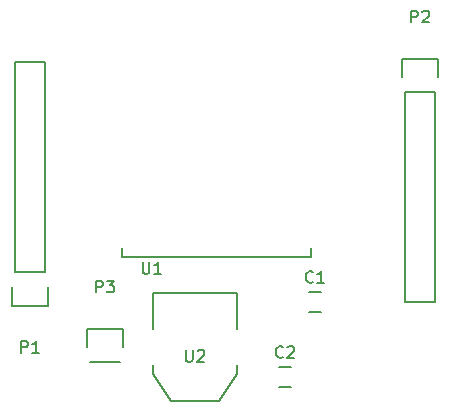
<source format=gbr>
G04 #@! TF.FileFunction,Legend,Top*
%FSLAX46Y46*%
G04 Gerber Fmt 4.6, Leading zero omitted, Abs format (unit mm)*
G04 Created by KiCad (PCBNEW 0.201510090346+6256~30~ubuntu14.04.1-product) date Mon 23 Nov 2015 18:10:39 CET*
%MOMM*%
G01*
G04 APERTURE LIST*
%ADD10C,0.100000*%
%ADD11C,0.150000*%
%ADD12C,0.152400*%
G04 APERTURE END LIST*
D10*
D11*
X138430000Y-121920000D02*
X138430000Y-104140000D01*
X138430000Y-104140000D02*
X140970000Y-104140000D01*
X140970000Y-104140000D02*
X140970000Y-121920000D01*
X138150000Y-124740000D02*
X138150000Y-123190000D01*
X138430000Y-121920000D02*
X140970000Y-121920000D01*
X141250000Y-123190000D02*
X141250000Y-124740000D01*
X141250000Y-124740000D02*
X138150000Y-124740000D01*
X173990000Y-106680000D02*
X173990000Y-124460000D01*
X173990000Y-124460000D02*
X171450000Y-124460000D01*
X171450000Y-124460000D02*
X171450000Y-106680000D01*
X174270000Y-103860000D02*
X174270000Y-105410000D01*
X173990000Y-106680000D02*
X171450000Y-106680000D01*
X171170000Y-105410000D02*
X171170000Y-103860000D01*
X171170000Y-103860000D02*
X174270000Y-103860000D01*
D12*
X147485100Y-119862600D02*
X147485100Y-120624600D01*
X147485100Y-120624600D02*
X163487100Y-120624600D01*
X163487100Y-120624600D02*
X163487100Y-119862600D01*
D11*
X164330000Y-123610000D02*
X163330000Y-123610000D01*
X163330000Y-125310000D02*
X164330000Y-125310000D01*
X161790000Y-129960000D02*
X160790000Y-129960000D01*
X160790000Y-131660000D02*
X161790000Y-131660000D01*
X147600000Y-126720000D02*
X147600000Y-128270000D01*
X144500000Y-128270000D02*
X144500000Y-126720000D01*
X144500000Y-126720000D02*
X147600000Y-126720000D01*
X144780000Y-129540000D02*
X147320000Y-129540000D01*
X157226000Y-126746000D02*
X157226000Y-123698000D01*
X157226000Y-123698000D02*
X150114000Y-123698000D01*
X150114000Y-123698000D02*
X150114000Y-126746000D01*
X157226000Y-129794000D02*
X157226000Y-130556000D01*
X157226000Y-130556000D02*
X155702000Y-132842000D01*
X155702000Y-132842000D02*
X151638000Y-132842000D01*
X151638000Y-132842000D02*
X150114000Y-130556000D01*
X150114000Y-130556000D02*
X150114000Y-129794000D01*
X138961905Y-128742381D02*
X138961905Y-127742381D01*
X139342858Y-127742381D01*
X139438096Y-127790000D01*
X139485715Y-127837619D01*
X139533334Y-127932857D01*
X139533334Y-128075714D01*
X139485715Y-128170952D01*
X139438096Y-128218571D01*
X139342858Y-128266190D01*
X138961905Y-128266190D01*
X140485715Y-128742381D02*
X139914286Y-128742381D01*
X140200000Y-128742381D02*
X140200000Y-127742381D01*
X140104762Y-127885238D01*
X140009524Y-127980476D01*
X139914286Y-128028095D01*
X171981905Y-100762381D02*
X171981905Y-99762381D01*
X172362858Y-99762381D01*
X172458096Y-99810000D01*
X172505715Y-99857619D01*
X172553334Y-99952857D01*
X172553334Y-100095714D01*
X172505715Y-100190952D01*
X172458096Y-100238571D01*
X172362858Y-100286190D01*
X171981905Y-100286190D01*
X172934286Y-99857619D02*
X172981905Y-99810000D01*
X173077143Y-99762381D01*
X173315239Y-99762381D01*
X173410477Y-99810000D01*
X173458096Y-99857619D01*
X173505715Y-99952857D01*
X173505715Y-100048095D01*
X173458096Y-100190952D01*
X172886667Y-100762381D01*
X173505715Y-100762381D01*
X149239195Y-121055981D02*
X149239195Y-121865505D01*
X149286814Y-121960743D01*
X149334433Y-122008362D01*
X149429671Y-122055981D01*
X149620148Y-122055981D01*
X149715386Y-122008362D01*
X149763005Y-121960743D01*
X149810624Y-121865505D01*
X149810624Y-121055981D01*
X150810624Y-122055981D02*
X150239195Y-122055981D01*
X150524909Y-122055981D02*
X150524909Y-121055981D01*
X150429671Y-121198838D01*
X150334433Y-121294076D01*
X150239195Y-121341695D01*
X163663334Y-122717143D02*
X163615715Y-122764762D01*
X163472858Y-122812381D01*
X163377620Y-122812381D01*
X163234762Y-122764762D01*
X163139524Y-122669524D01*
X163091905Y-122574286D01*
X163044286Y-122383810D01*
X163044286Y-122240952D01*
X163091905Y-122050476D01*
X163139524Y-121955238D01*
X163234762Y-121860000D01*
X163377620Y-121812381D01*
X163472858Y-121812381D01*
X163615715Y-121860000D01*
X163663334Y-121907619D01*
X164615715Y-122812381D02*
X164044286Y-122812381D01*
X164330000Y-122812381D02*
X164330000Y-121812381D01*
X164234762Y-121955238D01*
X164139524Y-122050476D01*
X164044286Y-122098095D01*
X161123334Y-129067143D02*
X161075715Y-129114762D01*
X160932858Y-129162381D01*
X160837620Y-129162381D01*
X160694762Y-129114762D01*
X160599524Y-129019524D01*
X160551905Y-128924286D01*
X160504286Y-128733810D01*
X160504286Y-128590952D01*
X160551905Y-128400476D01*
X160599524Y-128305238D01*
X160694762Y-128210000D01*
X160837620Y-128162381D01*
X160932858Y-128162381D01*
X161075715Y-128210000D01*
X161123334Y-128257619D01*
X161504286Y-128257619D02*
X161551905Y-128210000D01*
X161647143Y-128162381D01*
X161885239Y-128162381D01*
X161980477Y-128210000D01*
X162028096Y-128257619D01*
X162075715Y-128352857D01*
X162075715Y-128448095D01*
X162028096Y-128590952D01*
X161456667Y-129162381D01*
X162075715Y-129162381D01*
X145311905Y-123622381D02*
X145311905Y-122622381D01*
X145692858Y-122622381D01*
X145788096Y-122670000D01*
X145835715Y-122717619D01*
X145883334Y-122812857D01*
X145883334Y-122955714D01*
X145835715Y-123050952D01*
X145788096Y-123098571D01*
X145692858Y-123146190D01*
X145311905Y-123146190D01*
X146216667Y-122622381D02*
X146835715Y-122622381D01*
X146502381Y-123003333D01*
X146645239Y-123003333D01*
X146740477Y-123050952D01*
X146788096Y-123098571D01*
X146835715Y-123193810D01*
X146835715Y-123431905D01*
X146788096Y-123527143D01*
X146740477Y-123574762D01*
X146645239Y-123622381D01*
X146359524Y-123622381D01*
X146264286Y-123574762D01*
X146216667Y-123527143D01*
X152908095Y-128484381D02*
X152908095Y-129293905D01*
X152955714Y-129389143D01*
X153003333Y-129436762D01*
X153098571Y-129484381D01*
X153289048Y-129484381D01*
X153384286Y-129436762D01*
X153431905Y-129389143D01*
X153479524Y-129293905D01*
X153479524Y-128484381D01*
X153908095Y-128579619D02*
X153955714Y-128532000D01*
X154050952Y-128484381D01*
X154289048Y-128484381D01*
X154384286Y-128532000D01*
X154431905Y-128579619D01*
X154479524Y-128674857D01*
X154479524Y-128770095D01*
X154431905Y-128912952D01*
X153860476Y-129484381D01*
X154479524Y-129484381D01*
M02*

</source>
